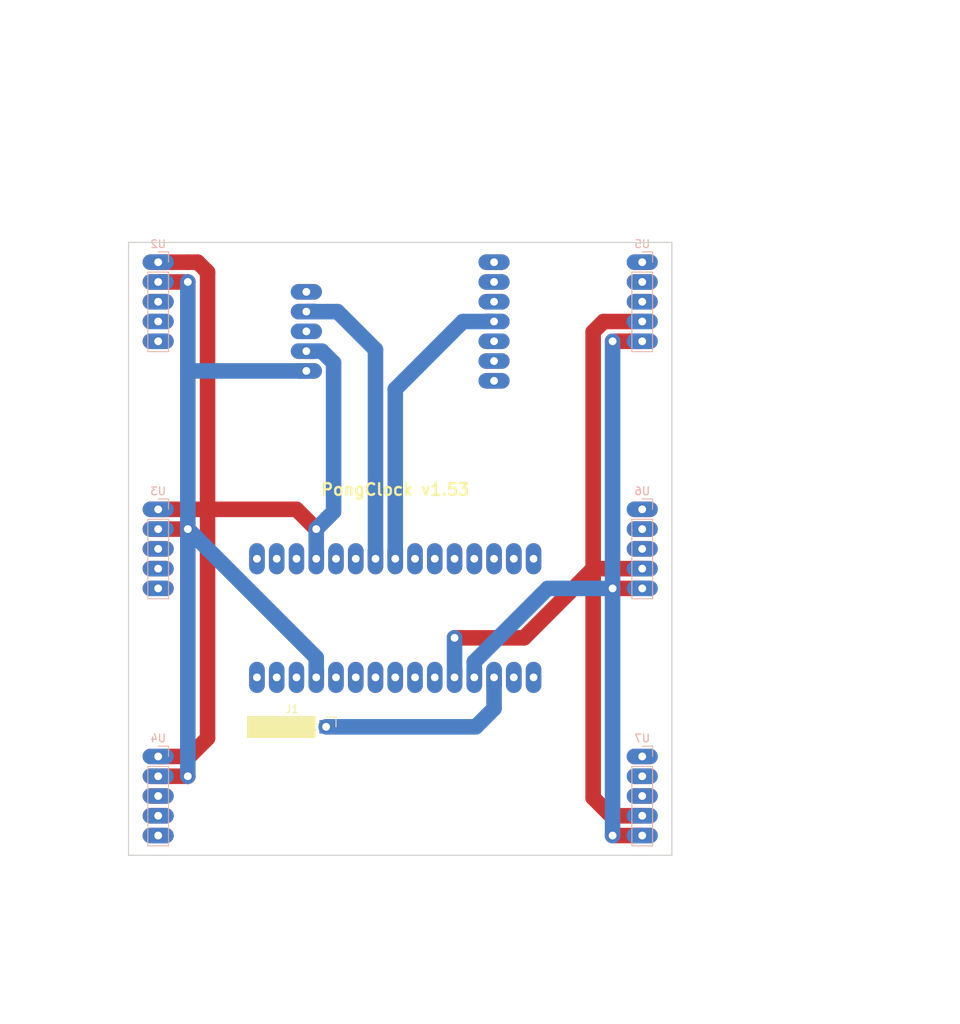
<source format=kicad_pcb>
(kicad_pcb (version 4) (host pcbnew 4.0.6)

  (general
    (links 17)
    (no_connects 0)
    (area 91.210001 17.62 218.67 148.690001)
    (thickness 1.6)
    (drawings 16)
    (tracks 63)
    (zones 0)
    (modules 9)
    (nets 8)
  )

  (page A4)
  (layers
    (0 F.Cu signal)
    (31 B.Cu signal)
    (32 B.Adhes user)
    (33 F.Adhes user)
    (34 B.Paste user)
    (35 F.Paste user)
    (36 B.SilkS user)
    (37 F.SilkS user)
    (38 B.Mask user)
    (39 F.Mask user)
    (40 Dwgs.User user)
    (41 Cmts.User user)
    (42 Eco1.User user)
    (43 Eco2.User user)
    (44 Edge.Cuts user)
    (45 Margin user)
    (46 B.CrtYd user)
    (47 F.CrtYd user)
    (48 B.Fab user)
    (49 F.Fab user)
  )

  (setup
    (last_trace_width 2)
    (user_trace_width 1)
    (user_trace_width 1.2)
    (user_trace_width 1.5)
    (trace_clearance 0.5)
    (zone_clearance 0.508)
    (zone_45_only no)
    (trace_min 0.2)
    (segment_width 0.2)
    (edge_width 0.15)
    (via_size 2)
    (via_drill 1)
    (via_min_size 0.4)
    (via_min_drill 0.3)
    (uvia_size 0.3)
    (uvia_drill 0.1)
    (uvias_allowed no)
    (uvia_min_size 0.2)
    (uvia_min_drill 0.1)
    (pcb_text_width 0.3)
    (pcb_text_size 1.5 1.5)
    (mod_edge_width 0.15)
    (mod_text_size 1 1)
    (mod_text_width 0.15)
    (pad_size 4 2)
    (pad_drill 1)
    (pad_to_mask_clearance 0.2)
    (aux_axis_origin 107.95 46.99)
    (visible_elements 7FFFFFFF)
    (pcbplotparams
      (layerselection 0x00020_80000001)
      (usegerberextensions false)
      (excludeedgelayer true)
      (linewidth 0.100000)
      (plotframeref false)
      (viasonmask false)
      (mode 1)
      (useauxorigin true)
      (hpglpennumber 1)
      (hpglpenspeed 20)
      (hpglpendiameter 15)
      (hpglpenoverlay 2)
      (psnegative false)
      (psa4output false)
      (plotreference true)
      (plotvalue true)
      (plotinvisibletext false)
      (padsonsilk false)
      (subtractmaskfromsilk false)
      (outputformat 1)
      (mirror false)
      (drillshape 0)
      (scaleselection 1)
      (outputdirectory gerber))
  )

  (net 0 "")
  (net 1 MAX_IN)
  (net 2 LATCH)
  (net 3 CLK)
  (net 4 SDA)
  (net 5 SCL)
  (net 6 VCC)
  (net 7 GND)

  (net_class Default "Dies ist die voreingestellte Netzklasse."
    (clearance 0.5)
    (trace_width 2)
    (via_dia 2)
    (via_drill 1)
    (uvia_dia 0.3)
    (uvia_drill 0.1)
    (add_net CLK)
    (add_net GND)
    (add_net LATCH)
    (add_net MAX_IN)
    (add_net SCL)
    (add_net SDA)
    (add_net VCC)
  )

  (net_class 1mm ""
    (clearance 0.5)
    (trace_width 1)
    (via_dia 2)
    (via_drill 1)
    (uvia_dia 0.3)
    (uvia_drill 0.1)
  )

  (module PongClock:ArduinoNano (layer F.Cu) (tedit 597C7652) (tstamp 597C56FE)
    (at 142.24 93.98 180)
    (descr AndroidNano)
    (path /596A159A)
    (fp_text reference A1 (at 0 0.5 180) (layer F.SilkS) hide
      (effects (font (size 1 1) (thickness 0.15)))
    )
    (fp_text value AndroidNano (at 0 -0.5 180) (layer F.Fab)
      (effects (font (size 1 1) (thickness 0.15)))
    )
    (fp_line (start 19.05 -11.43) (end -20.32 -11.43) (layer F.CrtYd) (width 0.15))
    (fp_line (start -21.59 -6.35) (end -15.24 -6.35) (layer F.CrtYd) (width 0.15))
    (fp_line (start -15.24 -6.35) (end -15.24 1.27) (layer F.CrtYd) (width 0.15))
    (fp_line (start -15.24 1.27) (end -21.59 1.27) (layer F.CrtYd) (width 0.15))
    (fp_line (start -21.59 1.27) (end -21.59 -6.35) (layer F.CrtYd) (width 0.15))
    (fp_line (start -20.32 6.35) (end -19.05 6.35) (layer F.CrtYd) (width 0.15))
    (fp_line (start -20.32 -11.43) (end -20.32 6.35) (layer F.CrtYd) (width 0.15))
    (fp_line (start -19.05 6.35) (end 19.05 6.35) (layer F.CrtYd) (width 0.15))
    (fp_line (start 19.05 6.35) (end 19.05 -11.43) (layer F.CrtYd) (width 0.15))
    (pad 30 thru_hole oval (at -17.78 -10.16 180) (size 2 4) (drill 1) (layers *.Cu *.Mask))
    (pad 29 thru_hole oval (at -15.24 -10.16 180) (size 2 4) (drill 1) (layers *.Cu *.Mask))
    (pad 28 thru_hole oval (at -12.7 -10.16 180) (size 2 4) (drill 1) (layers *.Cu *.Mask)
      (net 1 MAX_IN))
    (pad 27 thru_hole oval (at -10.16 -10.16 180) (size 2 4) (drill 1) (layers *.Cu *.Mask)
      (net 3 CLK))
    (pad 26 thru_hole oval (at -7.62 -10.16 180) (size 2 4) (drill 1) (layers *.Cu *.Mask)
      (net 2 LATCH))
    (pad 25 thru_hole oval (at -5.08 -10.16 180) (size 2 4) (drill 1) (layers *.Cu *.Mask))
    (pad 24 thru_hole oval (at -2.54 -10.16 180) (size 2 4) (drill 1) (layers *.Cu *.Mask))
    (pad 23 thru_hole oval (at 0 -10.16 180) (size 2 4) (drill 1) (layers *.Cu *.Mask))
    (pad 22 thru_hole oval (at 2.54 -10.16 180) (size 2 4) (drill 1) (layers *.Cu *.Mask))
    (pad 21 thru_hole oval (at 5.08 -10.16 180) (size 2 4) (drill 1) (layers *.Cu *.Mask))
    (pad 20 thru_hole oval (at 7.62 -10.16 180) (size 2 4) (drill 1) (layers *.Cu *.Mask))
    (pad 19 thru_hole oval (at 10.16 -10.16 180) (size 2 4) (drill 1) (layers *.Cu *.Mask)
      (net 7 GND))
    (pad 18 thru_hole oval (at 12.7 -10.16 180) (size 2 4) (drill 1) (layers *.Cu *.Mask))
    (pad 17 thru_hole oval (at 15.24 -10.16 180) (size 2 4) (drill 1) (layers *.Cu *.Mask))
    (pad 16 thru_hole oval (at 17.78 -10.16 180) (size 2 4) (drill 1) (layers *.Cu *.Mask))
    (pad 1 thru_hole oval (at -17.78 5.08 180) (size 2 4) (drill 1) (layers *.Cu *.Mask))
    (pad 2 thru_hole oval (at -15.24 5.08 180) (size 2 4) (drill 1) (layers *.Cu *.Mask))
    (pad 3 thru_hole oval (at -12.7 5.08 180) (size 2 4) (drill 1) (layers *.Cu *.Mask))
    (pad 4 thru_hole oval (at -10.16 5.08 180) (size 2 4) (drill 1) (layers *.Cu *.Mask))
    (pad 5 thru_hole oval (at -7.62 5.08 180) (size 2 4) (drill 1) (layers *.Cu *.Mask))
    (pad 6 thru_hole oval (at -5.08 5.08 180) (size 2 4) (drill 1) (layers *.Cu *.Mask))
    (pad 7 thru_hole oval (at -2.54 5.08 180) (size 2 4) (drill 1) (layers *.Cu *.Mask))
    (pad 8 thru_hole oval (at 0 5.08 180) (size 2 4) (drill 1) (layers *.Cu *.Mask)
      (net 4 SDA))
    (pad 9 thru_hole oval (at 2.54 5.08 180) (size 2 4) (drill 1) (layers *.Cu *.Mask)
      (net 5 SCL))
    (pad 10 thru_hole oval (at 5.08 5.08 180) (size 2 4) (drill 1) (layers *.Cu *.Mask))
    (pad 11 thru_hole oval (at 7.62 5.08 180) (size 2 4) (drill 1) (layers *.Cu *.Mask))
    (pad 12 thru_hole oval (at 10.16 5.08 180) (size 2 4) (drill 1) (layers *.Cu *.Mask)
      (net 6 VCC))
    (pad 13 thru_hole oval (at 12.7 5.08 180) (size 2 4) (drill 1) (layers *.Cu *.Mask))
    (pad 14 thru_hole oval (at 15.24 5.08 180) (size 2 4) (drill 1) (layers *.Cu *.Mask))
    (pad 15 thru_hole oval (at 17.78 5.08 180) (size 2 4) (drill 1) (layers *.Cu *.Mask))
  )

  (module Socket_Strips:Socket_Strip_Angled_1x01_Pitch2.54mm (layer F.Cu) (tedit 597CF9FE) (tstamp 597C5703)
    (at 133.35 110.49)
    (descr "Through hole angled socket strip, 1x01, 2.54mm pitch, 8.51mm socket length, single row")
    (tags "Through hole angled socket strip THT 1x01 2.54mm single row")
    (path /597B8EB0)
    (fp_text reference J1 (at -4.38 -2.27) (layer F.SilkS)
      (effects (font (size 1 1) (thickness 0.15)))
    )
    (fp_text value CONN_01X01_MALE (at -4.38 2.27) (layer F.Fab)
      (effects (font (size 1 1) (thickness 0.15)))
    )
    (fp_line (start -1.52 -1.27) (end -1.52 1.27) (layer F.Fab) (width 0.1))
    (fp_line (start -1.52 1.27) (end -10.03 1.27) (layer F.Fab) (width 0.1))
    (fp_line (start -10.03 1.27) (end -10.03 -1.27) (layer F.Fab) (width 0.1))
    (fp_line (start -10.03 -1.27) (end -1.52 -1.27) (layer F.Fab) (width 0.1))
    (fp_line (start 0 -0.32) (end 0 0.32) (layer F.Fab) (width 0.1))
    (fp_line (start 0 0.32) (end -1.52 0.32) (layer F.Fab) (width 0.1))
    (fp_line (start -1.52 0.32) (end -1.52 -0.32) (layer F.Fab) (width 0.1))
    (fp_line (start -1.52 -0.32) (end 0 -0.32) (layer F.Fab) (width 0.1))
    (fp_line (start -1.46 -1.33) (end -1.46 1.33) (layer F.SilkS) (width 0.12))
    (fp_line (start -1.46 1.33) (end -10.09 1.33) (layer F.SilkS) (width 0.12))
    (fp_line (start -10.09 1.33) (end -10.09 -1.33) (layer F.SilkS) (width 0.12))
    (fp_line (start -10.09 -1.33) (end -1.46 -1.33) (layer F.SilkS) (width 0.12))
    (fp_line (start -1.46 -1.33) (end -1.46 1.27) (layer F.SilkS) (width 0.12))
    (fp_line (start -1.46 1.27) (end -10.09 1.27) (layer F.SilkS) (width 0.12))
    (fp_line (start -10.09 1.27) (end -10.09 -1.33) (layer F.SilkS) (width 0.12))
    (fp_line (start -10.09 -1.33) (end -1.46 -1.33) (layer F.SilkS) (width 0.12))
    (fp_line (start -1.03 -0.38) (end -1.46 -0.38) (layer F.SilkS) (width 0.12))
    (fp_line (start -1.03 0.38) (end -1.46 0.38) (layer F.SilkS) (width 0.12))
    (fp_line (start -1.46 -1.15) (end -10.09 -1.15) (layer F.SilkS) (width 0.12))
    (fp_line (start -1.46 -1.03) (end -10.09 -1.03) (layer F.SilkS) (width 0.12))
    (fp_line (start -1.46 -0.91) (end -10.09 -0.91) (layer F.SilkS) (width 0.12))
    (fp_line (start -1.46 -0.79) (end -10.09 -0.79) (layer F.SilkS) (width 0.12))
    (fp_line (start -1.46 -0.67) (end -10.09 -0.67) (layer F.SilkS) (width 0.12))
    (fp_line (start -1.46 -0.55) (end -10.09 -0.55) (layer F.SilkS) (width 0.12))
    (fp_line (start -1.46 -0.43) (end -10.09 -0.43) (layer F.SilkS) (width 0.12))
    (fp_line (start -1.46 -0.31) (end -10.09 -0.31) (layer F.SilkS) (width 0.12))
    (fp_line (start -1.46 -0.19) (end -10.09 -0.19) (layer F.SilkS) (width 0.12))
    (fp_line (start -1.46 -0.07) (end -10.09 -0.07) (layer F.SilkS) (width 0.12))
    (fp_line (start -1.46 0.05) (end -10.09 0.05) (layer F.SilkS) (width 0.12))
    (fp_line (start -1.46 0.17) (end -10.09 0.17) (layer F.SilkS) (width 0.12))
    (fp_line (start -1.46 0.29) (end -10.09 0.29) (layer F.SilkS) (width 0.12))
    (fp_line (start -1.46 0.41) (end -10.09 0.41) (layer F.SilkS) (width 0.12))
    (fp_line (start -1.46 0.53) (end -10.09 0.53) (layer F.SilkS) (width 0.12))
    (fp_line (start -1.46 0.65) (end -10.09 0.65) (layer F.SilkS) (width 0.12))
    (fp_line (start -1.46 0.77) (end -10.09 0.77) (layer F.SilkS) (width 0.12))
    (fp_line (start -1.46 0.89) (end -10.09 0.89) (layer F.SilkS) (width 0.12))
    (fp_line (start -1.46 1.01) (end -10.09 1.01) (layer F.SilkS) (width 0.12))
    (fp_line (start -1.46 1.13) (end -10.09 1.13) (layer F.SilkS) (width 0.12))
    (fp_line (start -1.46 1.25) (end -10.09 1.25) (layer F.SilkS) (width 0.12))
    (fp_line (start -1.46 1.37) (end -10.09 1.37) (layer F.SilkS) (width 0.12))
    (fp_line (start 0 -1.27) (end 1.27 -1.27) (layer F.SilkS) (width 0.12))
    (fp_line (start 1.27 -1.27) (end 1.27 0) (layer F.SilkS) (width 0.12))
    (fp_line (start 1.8 -1.8) (end 1.8 1.8) (layer F.CrtYd) (width 0.05))
    (fp_line (start 1.8 1.8) (end -10.55 1.8) (layer F.CrtYd) (width 0.05))
    (fp_line (start -10.55 1.8) (end -10.55 -1.8) (layer F.CrtYd) (width 0.05))
    (fp_line (start -10.55 -1.8) (end 1.8 -1.8) (layer F.CrtYd) (width 0.05))
    (fp_text user %R (at -4.38 -2.27) (layer F.Fab) hide
      (effects (font (size 1 1) (thickness 0.15)))
    )
    (pad 1 thru_hole rect (at 0 0) (size 1.7 1.7) (drill 1) (layers *.Cu *.Mask)
      (net 1 MAX_IN))
    (model ${KISYS3DMOD}/Socket_Strips.3dshapes/Socket_Strip_Angled_1x01_Pitch2.54mm.wrl
      (at (xyz 0 0 0))
      (scale (xyz 1 1 1))
      (rotate (xyz 0 0 270))
    )
  )

  (module PongClock:TINY_RTC (layer F.Cu) (tedit 597C798E) (tstamp 597C5713)
    (at 135.89 46.99)
    (path /596A1661)
    (fp_text reference U1 (at 7.62 12.7) (layer F.SilkS) hide
      (effects (font (size 1 1) (thickness 0.15)))
    )
    (fp_text value TinyRTC_I2C (at 7.62 8.89) (layer F.Fab)
      (effects (font (size 1 1) (thickness 0.15)))
    )
    (fp_line (start -6.35 -1.27) (end 20.32 -1.27) (layer F.CrtYd) (width 0.15))
    (fp_line (start -6.35 26.67) (end 20.32 26.67) (layer F.CrtYd) (width 0.15))
    (fp_line (start 20.32 -1.27) (end 20.32 26.67) (layer F.CrtYd) (width 0.15))
    (fp_line (start -6.35 26.67) (end -6.35 -1.27) (layer F.CrtYd) (width 0.15))
    (pad 1 thru_hole oval (at -5.08 7.62) (size 4 2) (drill 1) (layers *.Cu *.Mask))
    (pad 2 thru_hole oval (at -5.08 10.16) (size 4 2) (drill 1) (layers *.Cu *.Mask)
      (net 5 SCL))
    (pad 3 thru_hole oval (at -5.08 12.7) (size 4 2) (drill 1) (layers *.Cu *.Mask))
    (pad 4 thru_hole oval (at -5.08 15.24) (size 4 2) (drill 1) (layers *.Cu *.Mask)
      (net 6 VCC))
    (pad 5 thru_hole oval (at -5.08 17.78) (size 4 2) (drill 1) (layers *.Cu *.Mask)
      (net 7 GND))
    (pad 6 thru_hole oval (at 19.05 3.81) (size 4 2) (drill 1) (layers *.Cu *.Mask))
    (pad 7 thru_hole oval (at 19.05 6.35) (size 4 2) (drill 1) (layers *.Cu *.Mask))
    (pad 8 thru_hole oval (at 19.05 8.89) (size 4 2) (drill 1) (layers *.Cu *.Mask))
    (pad 9 thru_hole oval (at 19.05 11.43) (size 4 2) (drill 1) (layers *.Cu *.Mask)
      (net 4 SDA))
    (pad 10 thru_hole oval (at 19.05 13.97) (size 4 2) (drill 1) (layers *.Cu *.Mask))
    (pad 11 thru_hole oval (at 19.05 16.51) (size 4 2) (drill 1) (layers *.Cu *.Mask))
    (pad 12 thru_hole oval (at 19.05 19.05) (size 4 2) (drill 1) (layers *.Cu *.Mask))
  )

  (module Socket_Strips:Socket_Strip_Straight_1x05_Pitch2.54mm (layer B.Cu) (tedit 58CD5446) (tstamp 597C571C)
    (at 111.76 50.8 180)
    (descr "Through hole straight socket strip, 1x05, 2.54mm pitch, single row")
    (tags "Through hole socket strip THT 1x05 2.54mm single row")
    (path /596A2A6D)
    (fp_text reference U2 (at 0 2.33 180) (layer B.SilkS)
      (effects (font (size 1 1) (thickness 0.15)) (justify mirror))
    )
    (fp_text value MAX7219_IN (at 0 -12.49 180) (layer B.Fab)
      (effects (font (size 1 1) (thickness 0.15)) (justify mirror))
    )
    (fp_line (start -1.27 1.27) (end -1.27 -11.43) (layer B.Fab) (width 0.1))
    (fp_line (start -1.27 -11.43) (end 1.27 -11.43) (layer B.Fab) (width 0.1))
    (fp_line (start 1.27 -11.43) (end 1.27 1.27) (layer B.Fab) (width 0.1))
    (fp_line (start 1.27 1.27) (end -1.27 1.27) (layer B.Fab) (width 0.1))
    (fp_line (start -1.33 -1.27) (end -1.33 -11.49) (layer B.SilkS) (width 0.12))
    (fp_line (start -1.33 -11.49) (end 1.33 -11.49) (layer B.SilkS) (width 0.12))
    (fp_line (start 1.33 -11.49) (end 1.33 -1.27) (layer B.SilkS) (width 0.12))
    (fp_line (start 1.33 -1.27) (end -1.33 -1.27) (layer B.SilkS) (width 0.12))
    (fp_line (start -1.33 0) (end -1.33 1.33) (layer B.SilkS) (width 0.12))
    (fp_line (start -1.33 1.33) (end 0 1.33) (layer B.SilkS) (width 0.12))
    (fp_line (start -1.8 1.8) (end -1.8 -11.95) (layer B.CrtYd) (width 0.05))
    (fp_line (start -1.8 -11.95) (end 1.8 -11.95) (layer B.CrtYd) (width 0.05))
    (fp_line (start 1.8 -11.95) (end 1.8 1.8) (layer B.CrtYd) (width 0.05))
    (fp_line (start 1.8 1.8) (end -1.8 1.8) (layer B.CrtYd) (width 0.05))
    (fp_text user %R (at 0 2.33 180) (layer B.Fab)
      (effects (font (size 1 1) (thickness 0.15)) (justify mirror))
    )
    (pad 1 thru_hole oval (at 0 0 180) (size 4 2) (drill 1) (layers *.Cu *.Mask)
      (net 6 VCC))
    (pad 2 thru_hole oval (at 0 -2.54 180) (size 4 2) (drill 1) (layers *.Cu *.Mask)
      (net 7 GND))
    (pad 3 thru_hole oval (at 0 -5.08 180) (size 4 2) (drill 1) (layers *.Cu *.Mask))
    (pad 4 thru_hole oval (at 0 -7.62 180) (size 4 2) (drill 1) (layers *.Cu *.Mask))
    (pad 5 thru_hole oval (at 0 -10.16 180) (size 4 2) (drill 1) (layers *.Cu *.Mask))
    (model ${KISYS3DMOD}/Socket_Strips.3dshapes/Socket_Strip_Straight_1x05_Pitch2.54mm.wrl
      (at (xyz 0 -0.2 0))
      (scale (xyz 1 1 1))
      (rotate (xyz 0 0 270))
    )
  )

  (module Socket_Strips:Socket_Strip_Straight_1x05_Pitch2.54mm (layer B.Cu) (tedit 58CD5446) (tstamp 597C5725)
    (at 111.76 82.55 180)
    (descr "Through hole straight socket strip, 1x05, 2.54mm pitch, single row")
    (tags "Through hole socket strip THT 1x05 2.54mm single row")
    (path /597B8DED)
    (fp_text reference U3 (at 0 2.33 180) (layer B.SilkS)
      (effects (font (size 1 1) (thickness 0.15)) (justify mirror))
    )
    (fp_text value MAX7219_IN (at 0 -12.49 180) (layer B.Fab)
      (effects (font (size 1 1) (thickness 0.15)) (justify mirror))
    )
    (fp_line (start -1.27 1.27) (end -1.27 -11.43) (layer B.Fab) (width 0.1))
    (fp_line (start -1.27 -11.43) (end 1.27 -11.43) (layer B.Fab) (width 0.1))
    (fp_line (start 1.27 -11.43) (end 1.27 1.27) (layer B.Fab) (width 0.1))
    (fp_line (start 1.27 1.27) (end -1.27 1.27) (layer B.Fab) (width 0.1))
    (fp_line (start -1.33 -1.27) (end -1.33 -11.49) (layer B.SilkS) (width 0.12))
    (fp_line (start -1.33 -11.49) (end 1.33 -11.49) (layer B.SilkS) (width 0.12))
    (fp_line (start 1.33 -11.49) (end 1.33 -1.27) (layer B.SilkS) (width 0.12))
    (fp_line (start 1.33 -1.27) (end -1.33 -1.27) (layer B.SilkS) (width 0.12))
    (fp_line (start -1.33 0) (end -1.33 1.33) (layer B.SilkS) (width 0.12))
    (fp_line (start -1.33 1.33) (end 0 1.33) (layer B.SilkS) (width 0.12))
    (fp_line (start -1.8 1.8) (end -1.8 -11.95) (layer B.CrtYd) (width 0.05))
    (fp_line (start -1.8 -11.95) (end 1.8 -11.95) (layer B.CrtYd) (width 0.05))
    (fp_line (start 1.8 -11.95) (end 1.8 1.8) (layer B.CrtYd) (width 0.05))
    (fp_line (start 1.8 1.8) (end -1.8 1.8) (layer B.CrtYd) (width 0.05))
    (fp_text user %R (at 0 2.33 180) (layer B.Fab)
      (effects (font (size 1 1) (thickness 0.15)) (justify mirror))
    )
    (pad 1 thru_hole oval (at 0 0 180) (size 4 2) (drill 1) (layers *.Cu *.Mask)
      (net 6 VCC))
    (pad 2 thru_hole oval (at 0 -2.54 180) (size 4 2) (drill 1) (layers *.Cu *.Mask)
      (net 7 GND))
    (pad 3 thru_hole oval (at 0 -5.08 180) (size 4 2) (drill 1) (layers *.Cu *.Mask))
    (pad 4 thru_hole oval (at 0 -7.62 180) (size 4 2) (drill 1) (layers *.Cu *.Mask))
    (pad 5 thru_hole oval (at 0 -10.16 180) (size 4 2) (drill 1) (layers *.Cu *.Mask))
    (model ${KISYS3DMOD}/Socket_Strips.3dshapes/Socket_Strip_Straight_1x05_Pitch2.54mm.wrl
      (at (xyz 0 -0.2 0))
      (scale (xyz 1 1 1))
      (rotate (xyz 0 0 270))
    )
  )

  (module Socket_Strips:Socket_Strip_Straight_1x05_Pitch2.54mm (layer B.Cu) (tedit 58CD5446) (tstamp 597C572E)
    (at 111.76 114.3 180)
    (descr "Through hole straight socket strip, 1x05, 2.54mm pitch, single row")
    (tags "Through hole socket strip THT 1x05 2.54mm single row")
    (path /597B8E78)
    (fp_text reference U4 (at 0 2.33 180) (layer B.SilkS)
      (effects (font (size 1 1) (thickness 0.15)) (justify mirror))
    )
    (fp_text value MAX7219_IN (at 0 -12.49 180) (layer B.Fab)
      (effects (font (size 1 1) (thickness 0.15)) (justify mirror))
    )
    (fp_line (start -1.27 1.27) (end -1.27 -11.43) (layer B.Fab) (width 0.1))
    (fp_line (start -1.27 -11.43) (end 1.27 -11.43) (layer B.Fab) (width 0.1))
    (fp_line (start 1.27 -11.43) (end 1.27 1.27) (layer B.Fab) (width 0.1))
    (fp_line (start 1.27 1.27) (end -1.27 1.27) (layer B.Fab) (width 0.1))
    (fp_line (start -1.33 -1.27) (end -1.33 -11.49) (layer B.SilkS) (width 0.12))
    (fp_line (start -1.33 -11.49) (end 1.33 -11.49) (layer B.SilkS) (width 0.12))
    (fp_line (start 1.33 -11.49) (end 1.33 -1.27) (layer B.SilkS) (width 0.12))
    (fp_line (start 1.33 -1.27) (end -1.33 -1.27) (layer B.SilkS) (width 0.12))
    (fp_line (start -1.33 0) (end -1.33 1.33) (layer B.SilkS) (width 0.12))
    (fp_line (start -1.33 1.33) (end 0 1.33) (layer B.SilkS) (width 0.12))
    (fp_line (start -1.8 1.8) (end -1.8 -11.95) (layer B.CrtYd) (width 0.05))
    (fp_line (start -1.8 -11.95) (end 1.8 -11.95) (layer B.CrtYd) (width 0.05))
    (fp_line (start 1.8 -11.95) (end 1.8 1.8) (layer B.CrtYd) (width 0.05))
    (fp_line (start 1.8 1.8) (end -1.8 1.8) (layer B.CrtYd) (width 0.05))
    (fp_text user %R (at 0 2.33 180) (layer B.Fab)
      (effects (font (size 1 1) (thickness 0.15)) (justify mirror))
    )
    (pad 1 thru_hole oval (at 0 0 180) (size 4 2) (drill 1) (layers *.Cu *.Mask)
      (net 6 VCC))
    (pad 2 thru_hole oval (at 0 -2.54 180) (size 4 2) (drill 1) (layers *.Cu *.Mask)
      (net 7 GND))
    (pad 3 thru_hole oval (at 0 -5.08 180) (size 4 2) (drill 1) (layers *.Cu *.Mask))
    (pad 4 thru_hole oval (at 0 -7.62 180) (size 4 2) (drill 1) (layers *.Cu *.Mask))
    (pad 5 thru_hole oval (at 0 -10.16 180) (size 4 2) (drill 1) (layers *.Cu *.Mask))
    (model ${KISYS3DMOD}/Socket_Strips.3dshapes/Socket_Strip_Straight_1x05_Pitch2.54mm.wrl
      (at (xyz 0 -0.2 0))
      (scale (xyz 1 1 1))
      (rotate (xyz 0 0 270))
    )
  )

  (module Socket_Strips:Socket_Strip_Straight_1x05_Pitch2.54mm (layer B.Cu) (tedit 597C7995) (tstamp 597C5737)
    (at 173.99 50.8 180)
    (descr "Through hole straight socket strip, 1x05, 2.54mm pitch, single row")
    (tags "Through hole socket strip THT 1x05 2.54mm single row")
    (path /597B8E8D)
    (fp_text reference U5 (at 0 2.33 180) (layer B.SilkS)
      (effects (font (size 1 1) (thickness 0.15)) (justify mirror))
    )
    (fp_text value MAX7219_IN (at 0 -12.49 180) (layer B.Fab)
      (effects (font (size 1 1) (thickness 0.15)) (justify mirror))
    )
    (fp_line (start -1.27 1.27) (end -1.27 -11.43) (layer B.Fab) (width 0.1))
    (fp_line (start -1.27 -11.43) (end 1.27 -11.43) (layer B.Fab) (width 0.1))
    (fp_line (start 1.27 -11.43) (end 1.27 1.27) (layer B.Fab) (width 0.1))
    (fp_line (start 1.27 1.27) (end -1.27 1.27) (layer B.Fab) (width 0.1))
    (fp_line (start -1.33 -1.27) (end -1.33 -11.49) (layer B.SilkS) (width 0.12))
    (fp_line (start -1.33 -11.49) (end 1.33 -11.49) (layer B.SilkS) (width 0.12))
    (fp_line (start 1.33 -11.49) (end 1.33 -1.27) (layer B.SilkS) (width 0.12))
    (fp_line (start 1.33 -1.27) (end -1.33 -1.27) (layer B.SilkS) (width 0.12))
    (fp_line (start -1.33 0) (end -1.33 1.33) (layer B.SilkS) (width 0.12))
    (fp_line (start -1.33 1.33) (end 0 1.33) (layer B.SilkS) (width 0.12))
    (fp_line (start -1.8 1.8) (end -1.8 -11.95) (layer B.CrtYd) (width 0.05))
    (fp_line (start -1.8 -11.95) (end 1.8 -11.95) (layer B.CrtYd) (width 0.05))
    (fp_line (start 1.8 -11.95) (end 1.8 1.8) (layer B.CrtYd) (width 0.05))
    (fp_line (start 1.8 1.8) (end -1.8 1.8) (layer B.CrtYd) (width 0.05))
    (fp_text user %R (at 0 2.33 180) (layer B.Fab)
      (effects (font (size 1 1) (thickness 0.15)) (justify mirror))
    )
    (pad 1 thru_hole oval (at 0 0 180) (size 4 2) (drill 1) (layers *.Cu *.Mask))
    (pad 2 thru_hole oval (at 0 -2.54 180) (size 4 2) (drill 1) (layers *.Cu *.Mask))
    (pad 3 thru_hole oval (at 0 -5.08 180) (size 4 2) (drill 1) (layers *.Cu *.Mask))
    (pad 4 thru_hole oval (at 0 -7.62 180) (size 4 2) (drill 1) (layers *.Cu *.Mask)
      (net 2 LATCH))
    (pad 5 thru_hole oval (at 0 -10.16 180) (size 4 2) (drill 1) (layers *.Cu *.Mask)
      (net 3 CLK))
    (model ${KISYS3DMOD}/Socket_Strips.3dshapes/Socket_Strip_Straight_1x05_Pitch2.54mm.wrl
      (at (xyz 0 -0.2 0))
      (scale (xyz 1 1 1))
      (rotate (xyz 0 0 270))
    )
  )

  (module Socket_Strips:Socket_Strip_Straight_1x05_Pitch2.54mm (layer B.Cu) (tedit 58CD5446) (tstamp 597C607C)
    (at 173.99 82.55 180)
    (descr "Through hole straight socket strip, 1x05, 2.54mm pitch, single row")
    (tags "Through hole socket strip THT 1x05 2.54mm single row")
    (path /597C60B3)
    (fp_text reference U6 (at 0 2.33 180) (layer B.SilkS)
      (effects (font (size 1 1) (thickness 0.15)) (justify mirror))
    )
    (fp_text value MAX7219_IN (at 0 -12.49 180) (layer B.Fab)
      (effects (font (size 1 1) (thickness 0.15)) (justify mirror))
    )
    (fp_line (start -1.27 1.27) (end -1.27 -11.43) (layer B.Fab) (width 0.1))
    (fp_line (start -1.27 -11.43) (end 1.27 -11.43) (layer B.Fab) (width 0.1))
    (fp_line (start 1.27 -11.43) (end 1.27 1.27) (layer B.Fab) (width 0.1))
    (fp_line (start 1.27 1.27) (end -1.27 1.27) (layer B.Fab) (width 0.1))
    (fp_line (start -1.33 -1.27) (end -1.33 -11.49) (layer B.SilkS) (width 0.12))
    (fp_line (start -1.33 -11.49) (end 1.33 -11.49) (layer B.SilkS) (width 0.12))
    (fp_line (start 1.33 -11.49) (end 1.33 -1.27) (layer B.SilkS) (width 0.12))
    (fp_line (start 1.33 -1.27) (end -1.33 -1.27) (layer B.SilkS) (width 0.12))
    (fp_line (start -1.33 0) (end -1.33 1.33) (layer B.SilkS) (width 0.12))
    (fp_line (start -1.33 1.33) (end 0 1.33) (layer B.SilkS) (width 0.12))
    (fp_line (start -1.8 1.8) (end -1.8 -11.95) (layer B.CrtYd) (width 0.05))
    (fp_line (start -1.8 -11.95) (end 1.8 -11.95) (layer B.CrtYd) (width 0.05))
    (fp_line (start 1.8 -11.95) (end 1.8 1.8) (layer B.CrtYd) (width 0.05))
    (fp_line (start 1.8 1.8) (end -1.8 1.8) (layer B.CrtYd) (width 0.05))
    (fp_text user %R (at 0 2.33 180) (layer B.Fab)
      (effects (font (size 1 1) (thickness 0.15)) (justify mirror))
    )
    (pad 1 thru_hole oval (at 0 0 180) (size 4 2) (drill 1) (layers *.Cu *.Mask))
    (pad 2 thru_hole oval (at 0 -2.54 180) (size 4 2) (drill 1) (layers *.Cu *.Mask))
    (pad 3 thru_hole oval (at 0 -5.08 180) (size 4 2) (drill 1) (layers *.Cu *.Mask))
    (pad 4 thru_hole oval (at 0 -7.62 180) (size 4 2) (drill 1) (layers *.Cu *.Mask)
      (net 2 LATCH))
    (pad 5 thru_hole oval (at 0 -10.16 180) (size 4 2) (drill 1) (layers *.Cu *.Mask)
      (net 3 CLK))
    (model ${KISYS3DMOD}/Socket_Strips.3dshapes/Socket_Strip_Straight_1x05_Pitch2.54mm.wrl
      (at (xyz 0 -0.2 0))
      (scale (xyz 1 1 1))
      (rotate (xyz 0 0 270))
    )
  )

  (module Socket_Strips:Socket_Strip_Straight_1x05_Pitch2.54mm (layer B.Cu) (tedit 58CD5446) (tstamp 597C6085)
    (at 173.99 114.3 180)
    (descr "Through hole straight socket strip, 1x05, 2.54mm pitch, single row")
    (tags "Through hole socket strip THT 1x05 2.54mm single row")
    (path /597C60C8)
    (fp_text reference U7 (at 0 2.33 180) (layer B.SilkS)
      (effects (font (size 1 1) (thickness 0.15)) (justify mirror))
    )
    (fp_text value MAX7219_IN (at 0 -12.49 180) (layer B.Fab)
      (effects (font (size 1 1) (thickness 0.15)) (justify mirror))
    )
    (fp_line (start -1.27 1.27) (end -1.27 -11.43) (layer B.Fab) (width 0.1))
    (fp_line (start -1.27 -11.43) (end 1.27 -11.43) (layer B.Fab) (width 0.1))
    (fp_line (start 1.27 -11.43) (end 1.27 1.27) (layer B.Fab) (width 0.1))
    (fp_line (start 1.27 1.27) (end -1.27 1.27) (layer B.Fab) (width 0.1))
    (fp_line (start -1.33 -1.27) (end -1.33 -11.49) (layer B.SilkS) (width 0.12))
    (fp_line (start -1.33 -11.49) (end 1.33 -11.49) (layer B.SilkS) (width 0.12))
    (fp_line (start 1.33 -11.49) (end 1.33 -1.27) (layer B.SilkS) (width 0.12))
    (fp_line (start 1.33 -1.27) (end -1.33 -1.27) (layer B.SilkS) (width 0.12))
    (fp_line (start -1.33 0) (end -1.33 1.33) (layer B.SilkS) (width 0.12))
    (fp_line (start -1.33 1.33) (end 0 1.33) (layer B.SilkS) (width 0.12))
    (fp_line (start -1.8 1.8) (end -1.8 -11.95) (layer B.CrtYd) (width 0.05))
    (fp_line (start -1.8 -11.95) (end 1.8 -11.95) (layer B.CrtYd) (width 0.05))
    (fp_line (start 1.8 -11.95) (end 1.8 1.8) (layer B.CrtYd) (width 0.05))
    (fp_line (start 1.8 1.8) (end -1.8 1.8) (layer B.CrtYd) (width 0.05))
    (fp_text user %R (at 0 2.33 180) (layer B.Fab)
      (effects (font (size 1 1) (thickness 0.15)) (justify mirror))
    )
    (pad 1 thru_hole oval (at 0 0 180) (size 4 2) (drill 1) (layers *.Cu *.Mask))
    (pad 2 thru_hole oval (at 0 -2.54 180) (size 4 2) (drill 1) (layers *.Cu *.Mask))
    (pad 3 thru_hole oval (at 0 -5.08 180) (size 4 2) (drill 1) (layers *.Cu *.Mask))
    (pad 4 thru_hole oval (at 0 -7.62 180) (size 4 2) (drill 1) (layers *.Cu *.Mask)
      (net 2 LATCH))
    (pad 5 thru_hole oval (at 0 -10.16 180) (size 4 2) (drill 1) (layers *.Cu *.Mask)
      (net 3 CLK))
    (model ${KISYS3DMOD}/Socket_Strips.3dshapes/Socket_Strip_Straight_1x05_Pitch2.54mm.wrl
      (at (xyz 0 -0.2 0))
      (scale (xyz 1 1 1))
      (rotate (xyz 0 0 270))
    )
  )

  (gr_line (start 177.8 48.26) (end 107.95 48.26) (angle 90) (layer Edge.Cuts) (width 0.15))
  (gr_line (start 177.8 127) (end 107.95 127) (angle 90) (layer Edge.Cuts) (width 0.15))
  (dimension 78.74 (width 0.3) (layer Eco1.User)
    (gr_text "78,740 mm" (at 97.71 87.63 270) (layer Eco1.User)
      (effects (font (size 1.5 1.5) (thickness 0.3)))
    )
    (feature1 (pts (xy 104.14 127) (xy 96.36 127)))
    (feature2 (pts (xy 104.14 48.26) (xy 96.36 48.26)))
    (crossbar (pts (xy 99.06 48.26) (xy 99.06 127)))
    (arrow1a (pts (xy 99.06 127) (xy 98.473579 125.873496)))
    (arrow1b (pts (xy 99.06 127) (xy 99.646421 125.873496)))
    (arrow2a (pts (xy 99.06 48.26) (xy 98.473579 49.386504)))
    (arrow2b (pts (xy 99.06 48.26) (xy 99.646421 49.386504)))
  )
  (gr_text "PongClock v1.53" (at 142.24 80.01) (layer F.SilkS)
    (effects (font (size 1.5 1.5) (thickness 0.3)))
  )
  (gr_line (start 107.95 127) (end 107.95 48.26) (layer Edge.Cuts) (width 0.15))
  (gr_line (start 177.8 48.26) (end 177.8 127) (layer Edge.Cuts) (width 0.15))
  (dimension 31.75 (width 0.3) (layer Eco1.User)
    (gr_text "31,750 mm" (at 212.17 103.505 270) (layer Eco1.User)
      (effects (font (size 1.5 1.5) (thickness 0.3)))
    )
    (feature1 (pts (xy 193.04 119.38) (xy 213.52 119.38)))
    (feature2 (pts (xy 193.04 87.63) (xy 213.52 87.63)))
    (crossbar (pts (xy 210.82 87.63) (xy 210.82 119.38)))
    (arrow1a (pts (xy 210.82 119.38) (xy 210.233579 118.253496)))
    (arrow1b (pts (xy 210.82 119.38) (xy 211.406421 118.253496)))
    (arrow2a (pts (xy 210.82 87.63) (xy 210.233579 88.756504)))
    (arrow2b (pts (xy 210.82 87.63) (xy 211.406421 88.756504)))
  )
  (gr_line (start 186.69 119.38) (end 186.69 118.11) (angle 90) (layer Eco1.User) (width 0.2))
  (gr_line (start 104.14 119.38) (end 186.69 119.38) (angle 90) (layer Eco1.User) (width 0.2))
  (dimension 31.75 (width 0.3) (layer Eco1.User)
    (gr_text "31,750 mm" (at 212.17 71.755 270) (layer Eco1.User)
      (effects (font (size 1.5 1.5) (thickness 0.3)))
    )
    (feature1 (pts (xy 191.77 87.63) (xy 213.52 87.63)))
    (feature2 (pts (xy 191.77 55.88) (xy 213.52 55.88)))
    (crossbar (pts (xy 210.82 55.88) (xy 210.82 87.63)))
    (arrow1a (pts (xy 210.82 87.63) (xy 210.233579 86.503496)))
    (arrow1b (pts (xy 210.82 87.63) (xy 211.406421 86.503496)))
    (arrow2a (pts (xy 210.82 55.88) (xy 210.233579 57.006504)))
    (arrow2b (pts (xy 210.82 55.88) (xy 211.406421 57.006504)))
  )
  (gr_line (start 106.68 87.63) (end 182.88 87.63) (angle 90) (layer Eco1.User) (width 0.2))
  (dimension 62.23 (width 0.3) (layer Eco1.User)
    (gr_text "62,230 mm" (at 142.875 18.97) (layer Eco1.User)
      (effects (font (size 1.5 1.5) (thickness 0.3)))
    )
    (feature1 (pts (xy 173.99 27.94) (xy 173.99 17.62)))
    (feature2 (pts (xy 111.76 27.94) (xy 111.76 17.62)))
    (crossbar (pts (xy 111.76 20.32) (xy 173.99 20.32)))
    (arrow1a (pts (xy 173.99 20.32) (xy 172.863496 20.906421)))
    (arrow1b (pts (xy 173.99 20.32) (xy 172.863496 19.733579)))
    (arrow2a (pts (xy 111.76 20.32) (xy 112.886504 20.906421)))
    (arrow2b (pts (xy 111.76 20.32) (xy 112.886504 19.733579)))
  )
  (gr_line (start 104.14 55.88) (end 187.96 55.88) (angle 90) (layer Eco1.User) (width 0.2))
  (gr_line (start 173.99 30.48) (end 173.99 127) (angle 90) (layer Eco1.User) (width 0.2))
  (gr_line (start 111.76 30.48) (end 111.76 127) (angle 90) (layer Eco1.User) (width 0.2))
  (gr_line (start 138.43 148.59) (end 138.43 147.32) (angle 90) (layer Eco1.User) (width 0.2))

  (segment (start 133.35 110.49) (end 152.59 110.49) (width 2) (layer B.Cu) (net 1))
  (segment (start 152.59 110.49) (end 154.94 108.14) (width 2) (layer B.Cu) (net 1))
  (segment (start 154.94 108.14) (end 154.94 104.14) (width 2) (layer B.Cu) (net 1))
  (segment (start 149.86 99.06) (end 158.789998 99.06) (width 2) (layer F.Cu) (net 2))
  (segment (start 158.789998 99.06) (end 167.679998 90.17) (width 2) (layer F.Cu) (net 2))
  (segment (start 149.86 104.14) (end 149.86 99.06) (width 2) (layer B.Cu) (net 2))
  (via (at 149.86 99.06) (size 2) (drill 1) (layers F.Cu B.Cu) (net 2))
  (segment (start 173.99 121.92) (end 169.99 121.92) (width 2) (layer F.Cu) (net 2))
  (segment (start 169.99 121.92) (end 167.679998 119.609998) (width 2) (layer F.Cu) (net 2))
  (segment (start 167.679998 119.609998) (end 167.679998 93.910002) (width 2) (layer F.Cu) (net 2))
  (segment (start 167.679998 93.910002) (end 167.679998 90.17) (width 2) (layer F.Cu) (net 2))
  (segment (start 167.679998 90.17) (end 167.679998 59.759998) (width 2) (layer F.Cu) (net 2))
  (segment (start 173.99 90.17) (end 167.679998 90.17) (width 2) (layer F.Cu) (net 2))
  (segment (start 167.679998 59.759998) (end 169.019996 58.42) (width 2) (layer F.Cu) (net 2))
  (segment (start 169.019996 58.42) (end 173.99 58.42) (width 2) (layer F.Cu) (net 2))
  (segment (start 152.4 104.14) (end 152.4 102.144452) (width 2) (layer B.Cu) (net 3))
  (segment (start 152.4 102.144452) (end 161.834452 92.71) (width 2) (layer B.Cu) (net 3))
  (segment (start 161.834452 92.71) (end 168.765787 92.71) (width 2) (layer B.Cu) (net 3))
  (segment (start 168.765787 92.71) (end 170.18 92.71) (width 2) (layer B.Cu) (net 3))
  (segment (start 170.18 60.96) (end 170.18 92.71) (width 2) (layer B.Cu) (net 3))
  (segment (start 173.99 60.96) (end 170.18 60.96) (width 2) (layer F.Cu) (net 3))
  (via (at 170.18 60.96) (size 2) (drill 1) (layers F.Cu B.Cu) (net 3))
  (segment (start 170.18 92.71) (end 170.18 124.46) (width 2) (layer B.Cu) (net 3))
  (segment (start 173.99 92.71) (end 170.18 92.71) (width 2) (layer F.Cu) (net 3))
  (via (at 170.18 92.71) (size 2) (drill 1) (layers F.Cu B.Cu) (net 3))
  (segment (start 173.99 124.46) (end 170.18 124.46) (width 2) (layer F.Cu) (net 3))
  (via (at 170.18 124.46) (size 2) (drill 1) (layers F.Cu B.Cu) (net 3))
  (segment (start 142.24 88.9) (end 142.24 67.12) (width 2) (layer B.Cu) (net 4))
  (segment (start 142.24 67.12) (end 150.94 58.42) (width 2) (layer B.Cu) (net 4))
  (segment (start 150.94 58.42) (end 154.94 58.42) (width 2) (layer B.Cu) (net 4))
  (segment (start 153.86237 58.42) (end 154.94 58.42) (width 2) (layer B.Cu) (net 4))
  (segment (start 139.7 88.9) (end 139.7 62.04) (width 2) (layer B.Cu) (net 5))
  (segment (start 139.7 62.04) (end 134.81 57.15) (width 2) (layer B.Cu) (net 5))
  (segment (start 134.81 57.15) (end 130.81 57.15) (width 2) (layer B.Cu) (net 5))
  (segment (start 131.88763 57.15) (end 130.81 57.15) (width 2) (layer B.Cu) (net 5))
  (segment (start 118.11 82.55) (end 129.54 82.55) (width 2) (layer F.Cu) (net 6))
  (segment (start 129.54 82.55) (end 132.08 85.09) (width 2) (layer F.Cu) (net 6))
  (via (at 132.08 85.09) (size 2) (drill 1) (layers F.Cu B.Cu) (net 6))
  (segment (start 132.08 85.09) (end 132.08 88.9) (width 2) (layer B.Cu) (net 6))
  (segment (start 134.31001 82.85999) (end 132.08 85.09) (width 2) (layer B.Cu) (net 6))
  (segment (start 130.81 62.23) (end 132.805548 62.23) (width 2) (layer B.Cu) (net 6))
  (segment (start 132.805548 62.23) (end 134.31001 63.734462) (width 2) (layer B.Cu) (net 6))
  (segment (start 134.31001 63.734462) (end 134.31001 82.85999) (width 2) (layer B.Cu) (net 6))
  (segment (start 118.11 111.95) (end 118.11 82.55) (width 2) (layer F.Cu) (net 6))
  (segment (start 118.11 82.55) (end 118.11 52.07) (width 2) (layer F.Cu) (net 6))
  (segment (start 111.76 82.55) (end 118.11 82.55) (width 2) (layer F.Cu) (net 6))
  (segment (start 111.76 114.3) (end 115.76 114.3) (width 2) (layer F.Cu) (net 6))
  (segment (start 115.76 114.3) (end 118.11 111.95) (width 2) (layer F.Cu) (net 6))
  (segment (start 118.11 52.07) (end 116.84 50.8) (width 2) (layer F.Cu) (net 6))
  (segment (start 116.84 50.8) (end 115.57 50.8) (width 2) (layer F.Cu) (net 6))
  (segment (start 115.57 50.8) (end 111.76 50.8) (width 2) (layer F.Cu) (net 6))
  (segment (start 115.57 53.34) (end 115.57 64.77) (width 2) (layer B.Cu) (net 7))
  (segment (start 115.57 64.77) (end 115.57 85.09) (width 2) (layer B.Cu) (net 7))
  (segment (start 130.81 64.77) (end 115.57 64.77) (width 2) (layer B.Cu) (net 7))
  (segment (start 132.08 104.14) (end 132.08 101.6) (width 2) (layer B.Cu) (net 7))
  (segment (start 132.08 101.6) (end 115.57 85.09) (width 2) (layer B.Cu) (net 7))
  (segment (start 115.57 85.09) (end 115.57 116.84) (width 2) (layer B.Cu) (net 7))
  (segment (start 111.76 85.09) (end 115.57 85.09) (width 2) (layer F.Cu) (net 7))
  (via (at 115.57 85.09) (size 2) (drill 1) (layers F.Cu B.Cu) (net 7))
  (segment (start 115.57 116.84) (end 111.76 116.84) (width 2) (layer F.Cu) (net 7))
  (via (at 115.57 116.84) (size 2) (drill 1) (layers F.Cu B.Cu) (net 7))
  (segment (start 111.76 53.34) (end 115.57 53.34) (width 2) (layer F.Cu) (net 7))
  (via (at 115.57 53.34) (size 2) (drill 1) (layers F.Cu B.Cu) (net 7))

)

</source>
